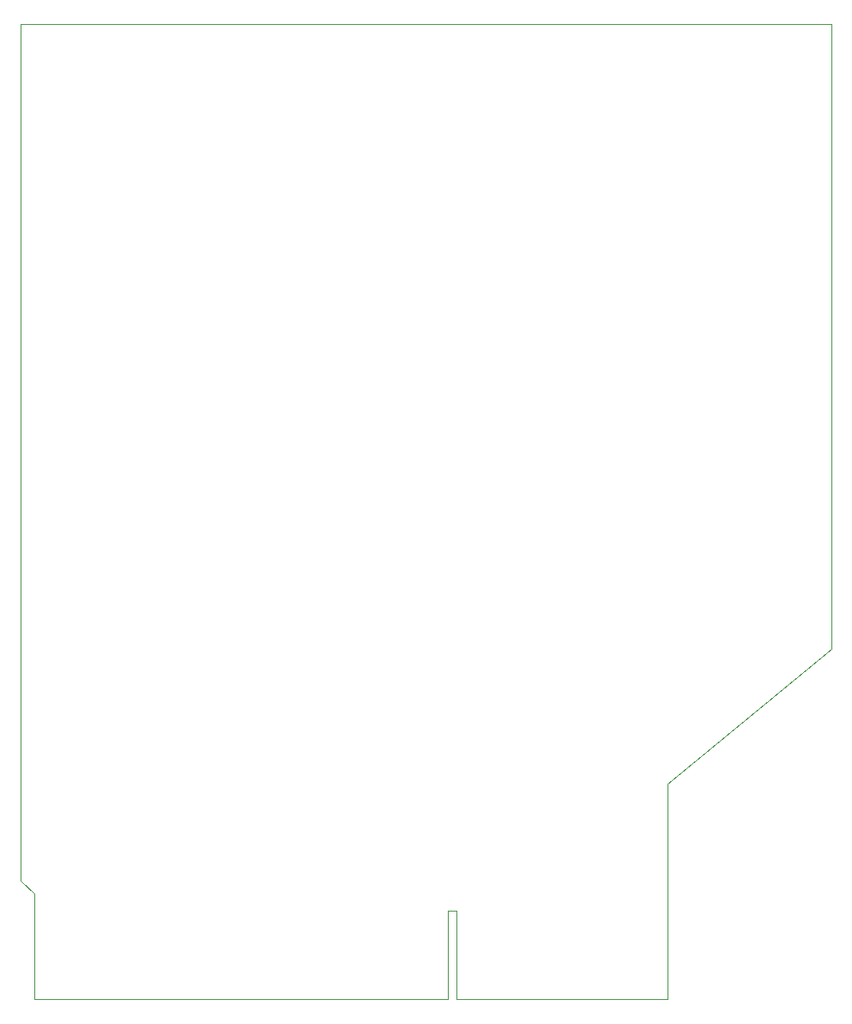
<source format=gm1>
%FSLAX34Y34*%
%MOMM*%
%LNOUTLINE*%
G71*
G01*
%ADD10C, 0.050*%
%LPD*%
G54D10*
X14220Y85975D02*
X14220Y885D01*
X14220Y250D01*
X422271Y377D01*
X422271Y88007D01*
X430526Y88007D01*
X430526Y377D01*
X639060Y250D01*
X639060Y118995D01*
X639060Y212975D01*
X800350Y346325D01*
X800350Y962275D01*
X250Y962275D01*
X250Y117725D01*
X14220Y104390D01*
X14220Y85975D01*
M02*

</source>
